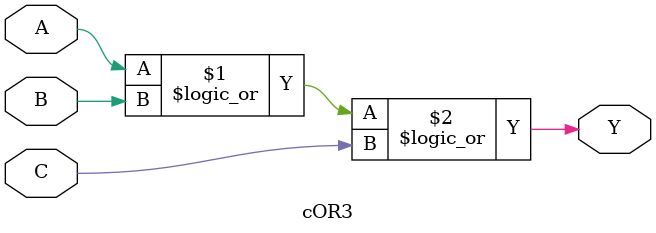
<source format=v>
module cOR3(input wire A, input wire B, input wire C, output wire Y);
assign Y = A || B || C;
endmodule

</source>
